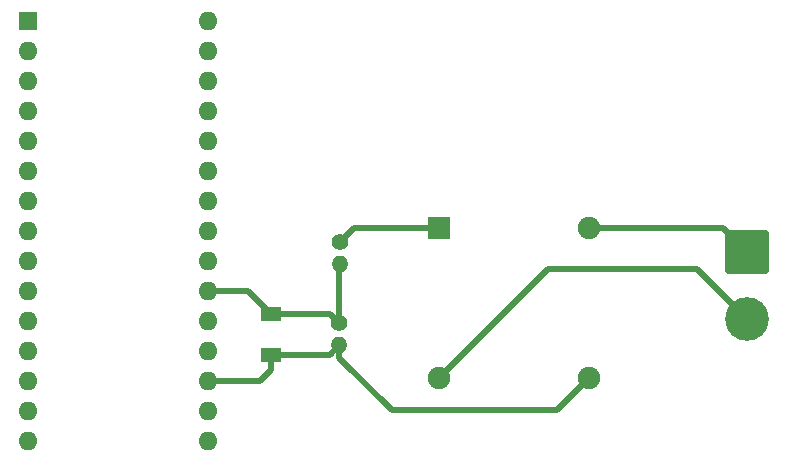
<source format=gbr>
%TF.GenerationSoftware,KiCad,Pcbnew,(6.0.0)*%
%TF.CreationDate,2022-07-31T16:11:20-05:00*%
%TF.ProjectId,FrequencySensor,46726571-7565-46e6-9379-53656e736f72,rev?*%
%TF.SameCoordinates,Original*%
%TF.FileFunction,Copper,L1,Top*%
%TF.FilePolarity,Positive*%
%FSLAX46Y46*%
G04 Gerber Fmt 4.6, Leading zero omitted, Abs format (unit mm)*
G04 Created by KiCad (PCBNEW (6.0.0)) date 2022-07-31 16:11:20*
%MOMM*%
%LPD*%
G01*
G04 APERTURE LIST*
G04 Aperture macros list*
%AMRoundRect*
0 Rectangle with rounded corners*
0 $1 Rounding radius*
0 $2 $3 $4 $5 $6 $7 $8 $9 X,Y pos of 4 corners*
0 Add a 4 corners polygon primitive as box body*
4,1,4,$2,$3,$4,$5,$6,$7,$8,$9,$2,$3,0*
0 Add four circle primitives for the rounded corners*
1,1,$1+$1,$2,$3*
1,1,$1+$1,$4,$5*
1,1,$1+$1,$6,$7*
1,1,$1+$1,$8,$9*
0 Add four rect primitives between the rounded corners*
20,1,$1+$1,$2,$3,$4,$5,0*
20,1,$1+$1,$4,$5,$6,$7,0*
20,1,$1+$1,$6,$7,$8,$9,0*
20,1,$1+$1,$8,$9,$2,$3,0*%
G04 Aperture macros list end*
%TA.AperFunction,ComponentPad*%
%ADD10RoundRect,0.250002X-1.599998X-1.599998X1.599998X-1.599998X1.599998X1.599998X-1.599998X1.599998X0*%
%TD*%
%TA.AperFunction,ComponentPad*%
%ADD11C,3.700000*%
%TD*%
%TA.AperFunction,SMDPad,CuDef*%
%ADD12R,1.700000X1.300000*%
%TD*%
%TA.AperFunction,ComponentPad*%
%ADD13R,1.900000X1.900000*%
%TD*%
%TA.AperFunction,ComponentPad*%
%ADD14C,1.900000*%
%TD*%
%TA.AperFunction,ComponentPad*%
%ADD15C,1.400000*%
%TD*%
%TA.AperFunction,ComponentPad*%
%ADD16O,1.400000X1.400000*%
%TD*%
%TA.AperFunction,ComponentPad*%
%ADD17R,1.600000X1.600000*%
%TD*%
%TA.AperFunction,ComponentPad*%
%ADD18O,1.600000X1.600000*%
%TD*%
%TA.AperFunction,Conductor*%
%ADD19C,0.500000*%
%TD*%
G04 APERTURE END LIST*
D10*
%TO.P,J1,1,Pin_1*%
%TO.N,/AC_In2*%
X187020000Y-87455000D03*
D11*
%TO.P,J1,2,Pin_2*%
%TO.N,/AC_In1*%
X187020000Y-93155000D03*
%TD*%
D12*
%TO.P,D1,1,K*%
%TO.N,/3.3AV*%
X146670000Y-92680000D03*
%TO.P,D1,2,A*%
%TO.N,/AGND*%
X146670000Y-96180000D03*
%TD*%
D13*
%TO.P,BR1,1,+*%
%TO.N,/120AV*%
X160950000Y-85400000D03*
D14*
%TO.P,BR1,2,~{_1}*%
%TO.N,/AC_In1*%
X160950000Y-98100000D03*
%TO.P,BR1,3,-*%
%TO.N,/AGND*%
X173650000Y-98100000D03*
%TO.P,BR1,4,~{_2}*%
%TO.N,/AC_In2*%
X173650000Y-85400000D03*
%TD*%
D15*
%TO.P,1k1,1*%
%TO.N,/3.3AV*%
X152490000Y-93455000D03*
D16*
%TO.P,1k1,2*%
%TO.N,/AGND*%
X152490000Y-95355000D03*
%TD*%
D15*
%TO.P,39k1,1*%
%TO.N,/120AV*%
X152540000Y-86605000D03*
D16*
%TO.P,39k1,2*%
%TO.N,/3.3AV*%
X152540000Y-88505000D03*
%TD*%
D17*
%TO.P,A1,1,D1/TX*%
%TO.N,unconnected-(A1-Pad1)*%
X126140000Y-67870000D03*
D18*
%TO.P,A1,2,D0/RX*%
%TO.N,unconnected-(A1-Pad2)*%
X126140000Y-70410000D03*
%TO.P,A1,3,~{RESET}*%
%TO.N,unconnected-(A1-Pad3)*%
X126140000Y-72950000D03*
%TO.P,A1,4,GND*%
%TO.N,unconnected-(A1-Pad4)*%
X126140000Y-75490000D03*
%TO.P,A1,5,D2*%
%TO.N,unconnected-(A1-Pad5)*%
X126140000Y-78030000D03*
%TO.P,A1,6,D3*%
%TO.N,unconnected-(A1-Pad6)*%
X126140000Y-80570000D03*
%TO.P,A1,7,D4*%
%TO.N,unconnected-(A1-Pad7)*%
X126140000Y-83110000D03*
%TO.P,A1,8,D5*%
%TO.N,unconnected-(A1-Pad8)*%
X126140000Y-85650000D03*
%TO.P,A1,9,D6*%
%TO.N,unconnected-(A1-Pad9)*%
X126140000Y-88190000D03*
%TO.P,A1,10,D7*%
%TO.N,unconnected-(A1-Pad10)*%
X126140000Y-90730000D03*
%TO.P,A1,11,D8*%
%TO.N,unconnected-(A1-Pad11)*%
X126140000Y-93270000D03*
%TO.P,A1,12,D9*%
%TO.N,unconnected-(A1-Pad12)*%
X126140000Y-95810000D03*
%TO.P,A1,13,D10*%
%TO.N,unconnected-(A1-Pad13)*%
X126140000Y-98350000D03*
%TO.P,A1,14,D11*%
%TO.N,unconnected-(A1-Pad14)*%
X126140000Y-100890000D03*
%TO.P,A1,15,D12*%
%TO.N,unconnected-(A1-Pad15)*%
X126140000Y-103430000D03*
%TO.P,A1,16,D13*%
%TO.N,unconnected-(A1-Pad16)*%
X141380000Y-103430000D03*
%TO.P,A1,17,3V3*%
%TO.N,unconnected-(A1-Pad17)*%
X141380000Y-100890000D03*
%TO.P,A1,18,AREF*%
%TO.N,/AGND*%
X141380000Y-98350000D03*
%TO.P,A1,19,A0*%
%TO.N,unconnected-(A1-Pad19)*%
X141380000Y-95810000D03*
%TO.P,A1,20,A1*%
%TO.N,unconnected-(A1-Pad20)*%
X141380000Y-93270000D03*
%TO.P,A1,21,A2*%
%TO.N,/3.3AV*%
X141380000Y-90730000D03*
%TO.P,A1,22,A3*%
%TO.N,unconnected-(A1-Pad22)*%
X141380000Y-88190000D03*
%TO.P,A1,23,A4*%
%TO.N,unconnected-(A1-Pad23)*%
X141380000Y-85650000D03*
%TO.P,A1,24,A5*%
%TO.N,unconnected-(A1-Pad24)*%
X141380000Y-83110000D03*
%TO.P,A1,25,A6*%
%TO.N,unconnected-(A1-Pad25)*%
X141380000Y-80570000D03*
%TO.P,A1,26,A7*%
%TO.N,unconnected-(A1-Pad26)*%
X141380000Y-78030000D03*
%TO.P,A1,27,+5V*%
%TO.N,unconnected-(A1-Pad27)*%
X141380000Y-75490000D03*
%TO.P,A1,28,~{RESET}*%
%TO.N,unconnected-(A1-Pad28)*%
X141380000Y-72950000D03*
%TO.P,A1,29,GND*%
%TO.N,unconnected-(A1-Pad29)*%
X141380000Y-70410000D03*
%TO.P,A1,30,VIN*%
%TO.N,unconnected-(A1-Pad30)*%
X141380000Y-67870000D03*
%TD*%
D19*
%TO.N,/3.3AV*%
X152490000Y-88555000D02*
X152540000Y-88505000D01*
X146670000Y-92680000D02*
X151715000Y-92680000D01*
X144720000Y-90730000D02*
X146670000Y-92680000D01*
X141380000Y-90730000D02*
X144720000Y-90730000D01*
X151715000Y-92680000D02*
X152490000Y-93455000D01*
X152490000Y-93455000D02*
X152490000Y-88555000D01*
%TO.N,/AGND*%
X156900000Y-100860000D02*
X152490000Y-96450000D01*
X173650000Y-98100000D02*
X170890000Y-100860000D01*
X146670000Y-97430000D02*
X145750000Y-98350000D01*
X145750000Y-98350000D02*
X141380000Y-98350000D01*
X146670000Y-96180000D02*
X146670000Y-97430000D01*
X146670000Y-96180000D02*
X151665000Y-96180000D01*
X151665000Y-96180000D02*
X152490000Y-95355000D01*
X152490000Y-96450000D02*
X152490000Y-95355000D01*
X170890000Y-100860000D02*
X156900000Y-100860000D01*
%TO.N,/120AV*%
X153745000Y-85400000D02*
X152540000Y-86605000D01*
X160950000Y-85400000D02*
X153745000Y-85400000D01*
%TO.N,/AC_In1*%
X162560000Y-96520000D02*
X162530000Y-96520000D01*
X187020000Y-93155000D02*
X182765000Y-88900000D01*
X182765000Y-88900000D02*
X170180000Y-88900000D01*
X162530000Y-96520000D02*
X160950000Y-98100000D01*
X170180000Y-88900000D02*
X162560000Y-96520000D01*
%TO.N,/AC_In2*%
X184965000Y-85400000D02*
X173650000Y-85400000D01*
X187020000Y-87455000D02*
X184965000Y-85400000D01*
%TD*%
M02*

</source>
